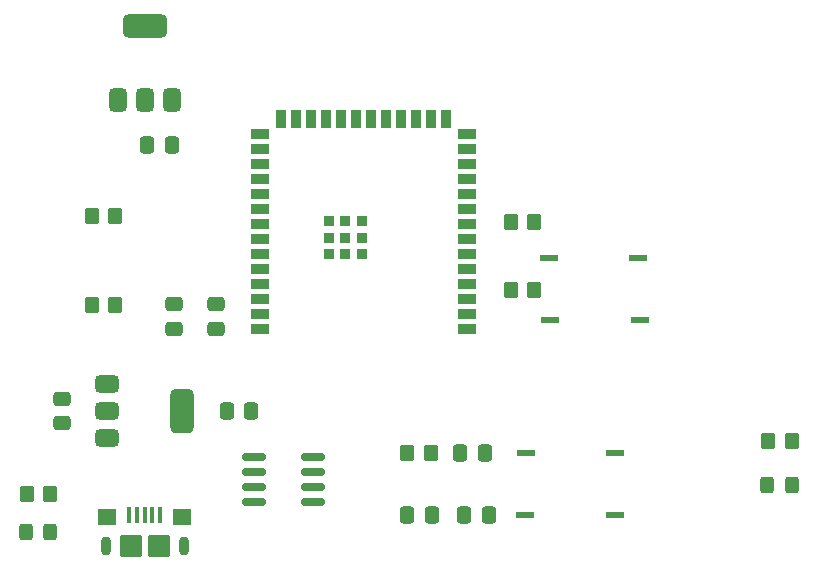
<source format=gbp>
%TF.GenerationSoftware,KiCad,Pcbnew,8.0.3-8.0.3-0~ubuntu22.04.1*%
%TF.CreationDate,2024-07-07T00:06:26-04:00*%
%TF.ProjectId,arm_drive_jl,61726d5f-6472-4697-9665-5f6a6c2e6b69,rev?*%
%TF.SameCoordinates,Original*%
%TF.FileFunction,Paste,Bot*%
%TF.FilePolarity,Positive*%
%FSLAX46Y46*%
G04 Gerber Fmt 4.6, Leading zero omitted, Abs format (unit mm)*
G04 Created by KiCad (PCBNEW 8.0.3-8.0.3-0~ubuntu22.04.1) date 2024-07-07 00:06:26*
%MOMM*%
%LPD*%
G01*
G04 APERTURE LIST*
G04 Aperture macros list*
%AMRoundRect*
0 Rectangle with rounded corners*
0 $1 Rounding radius*
0 $2 $3 $4 $5 $6 $7 $8 $9 X,Y pos of 4 corners*
0 Add a 4 corners polygon primitive as box body*
4,1,4,$2,$3,$4,$5,$6,$7,$8,$9,$2,$3,0*
0 Add four circle primitives for the rounded corners*
1,1,$1+$1,$2,$3*
1,1,$1+$1,$4,$5*
1,1,$1+$1,$6,$7*
1,1,$1+$1,$8,$9*
0 Add four rect primitives between the rounded corners*
20,1,$1+$1,$2,$3,$4,$5,0*
20,1,$1+$1,$4,$5,$6,$7,0*
20,1,$1+$1,$6,$7,$8,$9,0*
20,1,$1+$1,$8,$9,$2,$3,0*%
G04 Aperture macros list end*
%ADD10RoundRect,0.375000X0.375000X-0.625000X0.375000X0.625000X-0.375000X0.625000X-0.375000X-0.625000X0*%
%ADD11RoundRect,0.500000X1.400000X-0.500000X1.400000X0.500000X-1.400000X0.500000X-1.400000X-0.500000X0*%
%ADD12R,1.511300X0.609600*%
%ADD13RoundRect,0.250000X-0.325000X-0.450000X0.325000X-0.450000X0.325000X0.450000X-0.325000X0.450000X0*%
%ADD14RoundRect,0.150000X-0.825000X-0.150000X0.825000X-0.150000X0.825000X0.150000X-0.825000X0.150000X0*%
%ADD15RoundRect,0.250000X0.350000X0.450000X-0.350000X0.450000X-0.350000X-0.450000X0.350000X-0.450000X0*%
%ADD16RoundRect,0.250000X-0.350000X-0.450000X0.350000X-0.450000X0.350000X0.450000X-0.350000X0.450000X0*%
%ADD17RoundRect,0.250000X-0.337500X-0.475000X0.337500X-0.475000X0.337500X0.475000X-0.337500X0.475000X0*%
%ADD18RoundRect,0.250000X-0.475000X0.337500X-0.475000X-0.337500X0.475000X-0.337500X0.475000X0.337500X0*%
%ADD19RoundRect,0.250000X0.337500X0.475000X-0.337500X0.475000X-0.337500X-0.475000X0.337500X-0.475000X0*%
%ADD20RoundRect,0.375000X-0.625000X-0.375000X0.625000X-0.375000X0.625000X0.375000X-0.625000X0.375000X0*%
%ADD21RoundRect,0.500000X-0.500000X-1.400000X0.500000X-1.400000X0.500000X1.400000X-0.500000X1.400000X0*%
%ADD22RoundRect,0.100000X0.100000X0.575000X-0.100000X0.575000X-0.100000X-0.575000X0.100000X-0.575000X0*%
%ADD23O,0.900000X1.600000*%
%ADD24RoundRect,0.250000X0.550000X0.450000X-0.550000X0.450000X-0.550000X-0.450000X0.550000X-0.450000X0*%
%ADD25RoundRect,0.250000X0.700000X0.700000X-0.700000X0.700000X-0.700000X-0.700000X0.700000X-0.700000X0*%
%ADD26R,0.900000X0.900000*%
%ADD27R,1.500000X0.900000*%
%ADD28R,0.900000X1.500000*%
G04 APERTURE END LIST*
D10*
%TO.C,U6*%
X59550000Y-47650000D03*
X57250000Y-47650000D03*
D11*
X57250000Y-41350000D03*
D10*
X54950000Y-47650000D03*
%TD*%
D12*
%TO.C,SW1*%
X97107300Y-77500000D03*
X89500000Y-77500000D03*
%TD*%
D13*
%TO.C,D2*%
X47225000Y-84250000D03*
X49275000Y-84250000D03*
%TD*%
D14*
%TO.C,U3*%
X66525000Y-81655000D03*
X66525000Y-80385000D03*
X66525000Y-79115000D03*
X66525000Y-77845000D03*
X71475000Y-77845000D03*
X71475000Y-79115000D03*
X71475000Y-80385000D03*
X71475000Y-81655000D03*
%TD*%
D15*
%TO.C,R2*%
X90250000Y-63750000D03*
X88250000Y-63750000D03*
%TD*%
D16*
%TO.C,R10*%
X79500000Y-77500000D03*
X81500000Y-77500000D03*
%TD*%
D17*
%TO.C,C22*%
X64212500Y-74000000D03*
X66287500Y-74000000D03*
%TD*%
D12*
%TO.C,SW2*%
X97053650Y-82800000D03*
X89446350Y-82800000D03*
%TD*%
D16*
%TO.C,R15*%
X52750000Y-65000000D03*
X54750000Y-65000000D03*
%TD*%
%TO.C,R1*%
X88250000Y-58000000D03*
X90250000Y-58000000D03*
%TD*%
D18*
%TO.C,C14*%
X59750000Y-64962500D03*
X59750000Y-67037500D03*
%TD*%
%TO.C,C21*%
X50250000Y-72962500D03*
X50250000Y-75037500D03*
%TD*%
D19*
%TO.C,C2*%
X86375000Y-82800000D03*
X84300000Y-82800000D03*
%TD*%
D15*
%TO.C,R11*%
X112025000Y-76500000D03*
X110025000Y-76500000D03*
%TD*%
D12*
%TO.C,SW3*%
X91446350Y-61000000D03*
X99053650Y-61000000D03*
%TD*%
D20*
%TO.C,U7*%
X54100000Y-71700000D03*
D21*
X60400000Y-74000000D03*
D20*
X54100000Y-74000000D03*
X54100000Y-76300000D03*
%TD*%
D19*
%TO.C,C20*%
X59537500Y-51500000D03*
X57462500Y-51500000D03*
%TD*%
%TO.C,C16*%
X81537500Y-82800000D03*
X79462500Y-82800000D03*
%TD*%
D18*
%TO.C,C15*%
X63250000Y-64962500D03*
X63250000Y-67037500D03*
%TD*%
D13*
%TO.C,D1*%
X109975000Y-80250000D03*
X112025000Y-80250000D03*
%TD*%
D12*
%TO.C,SW4*%
X99153650Y-66280000D03*
X91546350Y-66280000D03*
%TD*%
D19*
%TO.C,C1*%
X86037500Y-77500000D03*
X83962500Y-77500000D03*
%TD*%
D15*
%TO.C,R14*%
X49250000Y-81000000D03*
X47250000Y-81000000D03*
%TD*%
D16*
%TO.C,R5*%
X52750000Y-57500000D03*
X54750000Y-57500000D03*
%TD*%
D22*
%TO.C,J1*%
X58550000Y-82750000D03*
X57900000Y-82750000D03*
X57250000Y-82750000D03*
X56600000Y-82750000D03*
X55950000Y-82750000D03*
D23*
X60550000Y-85425000D03*
D24*
X60450000Y-82975000D03*
D25*
X58450000Y-85425000D03*
X56050000Y-85425000D03*
D24*
X54050000Y-82975000D03*
D23*
X53950000Y-85425000D03*
%TD*%
D26*
%TO.C,U4*%
X72850000Y-57890000D03*
X72850000Y-59290000D03*
X72850000Y-60690000D03*
X74250000Y-57890000D03*
X74250000Y-59290000D03*
X74250000Y-60690000D03*
X75650000Y-57890000D03*
X75650000Y-59290000D03*
X75650000Y-60690000D03*
D27*
X67000000Y-67010000D03*
X67000000Y-65740000D03*
X67000000Y-64470000D03*
X67000000Y-63200000D03*
X67000000Y-61930000D03*
X67000000Y-60660000D03*
X67000000Y-59390000D03*
X67000000Y-58120000D03*
X67000000Y-56850000D03*
X67000000Y-55580000D03*
X67000000Y-54310000D03*
X67000000Y-53040000D03*
X67000000Y-51770000D03*
X67000000Y-50500000D03*
D28*
X68765000Y-49250000D03*
X70035000Y-49250000D03*
X71305000Y-49250000D03*
X72575000Y-49250000D03*
X73845000Y-49250000D03*
X75115000Y-49250000D03*
X76385000Y-49250000D03*
X77655000Y-49250000D03*
X78925000Y-49250000D03*
X80195000Y-49250000D03*
X81465000Y-49250000D03*
X82735000Y-49250000D03*
D27*
X84500000Y-50500000D03*
X84500000Y-51770000D03*
X84500000Y-53040000D03*
X84500000Y-54310000D03*
X84500000Y-55580000D03*
X84500000Y-56850000D03*
X84500000Y-58120000D03*
X84500000Y-59390000D03*
X84500000Y-60660000D03*
X84500000Y-61930000D03*
X84500000Y-63200000D03*
X84500000Y-64470000D03*
X84500000Y-65740000D03*
X84500000Y-67010000D03*
%TD*%
M02*

</source>
